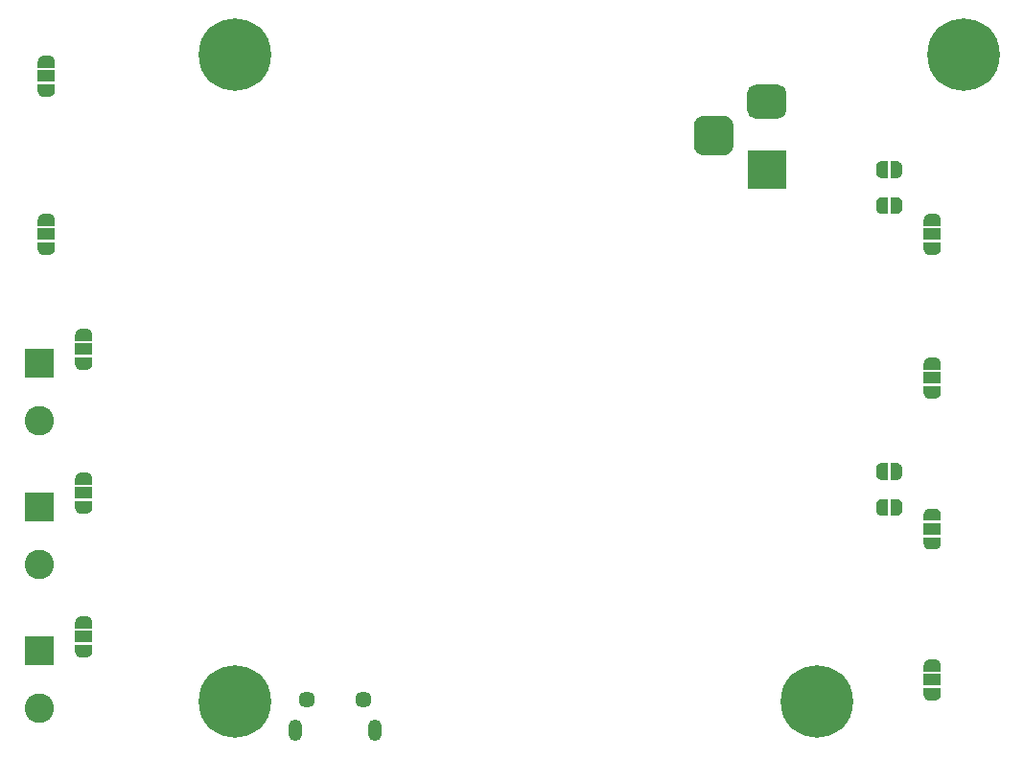
<source format=gbr>
%TF.GenerationSoftware,KiCad,Pcbnew,5.1.10-88a1d61d58~88~ubuntu20.04.1*%
%TF.CreationDate,2021-07-12T21:51:17+02:00*%
%TF.ProjectId,Tang_v1-1,54616e67-5f76-4312-9d31-2e6b69636164,rev?*%
%TF.SameCoordinates,Original*%
%TF.FileFunction,Soldermask,Bot*%
%TF.FilePolarity,Negative*%
%FSLAX46Y46*%
G04 Gerber Fmt 4.6, Leading zero omitted, Abs format (unit mm)*
G04 Created by KiCad (PCBNEW 5.1.10-88a1d61d58~88~ubuntu20.04.1) date 2021-07-12 21:51:17*
%MOMM*%
%LPD*%
G01*
G04 APERTURE LIST*
%ADD10C,6.400000*%
%ADD11C,0.800000*%
%ADD12R,3.500000X3.500000*%
%ADD13C,1.450000*%
%ADD14O,1.200000X1.900000*%
%ADD15R,2.600000X2.600000*%
%ADD16C,2.600000*%
%ADD17C,0.100000*%
%ADD18R,1.500000X1.000000*%
G04 APERTURE END LIST*
D10*
%TO.C,H1*%
X142875000Y-104140000D03*
D11*
X145275000Y-104140000D03*
X144572056Y-105837056D03*
X142875000Y-106540000D03*
X141177944Y-105837056D03*
X140475000Y-104140000D03*
X141177944Y-102442944D03*
X142875000Y-101740000D03*
X144572056Y-102442944D03*
%TD*%
%TO.C,H2*%
X208961056Y-102442944D03*
X207264000Y-101740000D03*
X205566944Y-102442944D03*
X204864000Y-104140000D03*
X205566944Y-105837056D03*
X207264000Y-106540000D03*
X208961056Y-105837056D03*
X209664000Y-104140000D03*
D10*
X207264000Y-104140000D03*
%TD*%
%TO.C,H3*%
X142875000Y-161290000D03*
D11*
X145275000Y-161290000D03*
X144572056Y-162987056D03*
X142875000Y-163690000D03*
X141177944Y-162987056D03*
X140475000Y-161290000D03*
X141177944Y-159592944D03*
X142875000Y-158890000D03*
X144572056Y-159592944D03*
%TD*%
%TO.C,H4*%
X196007056Y-159592944D03*
X194310000Y-158890000D03*
X192612944Y-159592944D03*
X191910000Y-161290000D03*
X192612944Y-162987056D03*
X194310000Y-163690000D03*
X196007056Y-162987056D03*
X196710000Y-161290000D03*
D10*
X194310000Y-161290000D03*
%TD*%
D12*
%TO.C,J1*%
X189865000Y-114300000D03*
G36*
G01*
X188865000Y-106800000D02*
X190865000Y-106800000D01*
G75*
G02*
X191615000Y-107550000I0J-750000D01*
G01*
X191615000Y-109050000D01*
G75*
G02*
X190865000Y-109800000I-750000J0D01*
G01*
X188865000Y-109800000D01*
G75*
G02*
X188115000Y-109050000I0J750000D01*
G01*
X188115000Y-107550000D01*
G75*
G02*
X188865000Y-106800000I750000J0D01*
G01*
G37*
G36*
G01*
X184290000Y-109550000D02*
X186040000Y-109550000D01*
G75*
G02*
X186915000Y-110425000I0J-875000D01*
G01*
X186915000Y-112175000D01*
G75*
G02*
X186040000Y-113050000I-875000J0D01*
G01*
X184290000Y-113050000D01*
G75*
G02*
X183415000Y-112175000I0J875000D01*
G01*
X183415000Y-110425000D01*
G75*
G02*
X184290000Y-109550000I875000J0D01*
G01*
G37*
%TD*%
D13*
%TO.C,J2*%
X149265000Y-161130000D03*
X154265000Y-161130000D03*
D14*
X148265000Y-163830000D03*
X155265000Y-163830000D03*
%TD*%
D15*
%TO.C,J6*%
X125603000Y-144145000D03*
D16*
X125603000Y-149225000D03*
%TD*%
%TO.C,J10*%
X125603000Y-161925000D03*
D15*
X125603000Y-156845000D03*
%TD*%
%TO.C,J11*%
X125603000Y-131445000D03*
D16*
X125603000Y-136525000D03*
%TD*%
D17*
%TO.C,JP1*%
G36*
X200810000Y-113550000D02*
G01*
X201310000Y-113550000D01*
X201310000Y-113550602D01*
X201334534Y-113550602D01*
X201383365Y-113555412D01*
X201431490Y-113564984D01*
X201478445Y-113579228D01*
X201523778Y-113598005D01*
X201567051Y-113621136D01*
X201607850Y-113648396D01*
X201645779Y-113679524D01*
X201680476Y-113714221D01*
X201711604Y-113752150D01*
X201738864Y-113792949D01*
X201761995Y-113836222D01*
X201780772Y-113881555D01*
X201795016Y-113928510D01*
X201804588Y-113976635D01*
X201809398Y-114025466D01*
X201809398Y-114050000D01*
X201810000Y-114050000D01*
X201810000Y-114550000D01*
X201809398Y-114550000D01*
X201809398Y-114574534D01*
X201804588Y-114623365D01*
X201795016Y-114671490D01*
X201780772Y-114718445D01*
X201761995Y-114763778D01*
X201738864Y-114807051D01*
X201711604Y-114847850D01*
X201680476Y-114885779D01*
X201645779Y-114920476D01*
X201607850Y-114951604D01*
X201567051Y-114978864D01*
X201523778Y-115001995D01*
X201478445Y-115020772D01*
X201431490Y-115035016D01*
X201383365Y-115044588D01*
X201334534Y-115049398D01*
X201310000Y-115049398D01*
X201310000Y-115050000D01*
X200810000Y-115050000D01*
X200810000Y-113550000D01*
G37*
G36*
X200010000Y-115049398D02*
G01*
X199985466Y-115049398D01*
X199936635Y-115044588D01*
X199888510Y-115035016D01*
X199841555Y-115020772D01*
X199796222Y-115001995D01*
X199752949Y-114978864D01*
X199712150Y-114951604D01*
X199674221Y-114920476D01*
X199639524Y-114885779D01*
X199608396Y-114847850D01*
X199581136Y-114807051D01*
X199558005Y-114763778D01*
X199539228Y-114718445D01*
X199524984Y-114671490D01*
X199515412Y-114623365D01*
X199510602Y-114574534D01*
X199510602Y-114550000D01*
X199510000Y-114550000D01*
X199510000Y-114050000D01*
X199510602Y-114050000D01*
X199510602Y-114025466D01*
X199515412Y-113976635D01*
X199524984Y-113928510D01*
X199539228Y-113881555D01*
X199558005Y-113836222D01*
X199581136Y-113792949D01*
X199608396Y-113752150D01*
X199639524Y-113714221D01*
X199674221Y-113679524D01*
X199712150Y-113648396D01*
X199752949Y-113621136D01*
X199796222Y-113598005D01*
X199841555Y-113579228D01*
X199888510Y-113564984D01*
X199936635Y-113555412D01*
X199985466Y-113550602D01*
X200010000Y-113550602D01*
X200010000Y-113550000D01*
X200510000Y-113550000D01*
X200510000Y-115050000D01*
X200010000Y-115050000D01*
X200010000Y-115049398D01*
G37*
%TD*%
%TO.C,JP2*%
G36*
X200010000Y-118224398D02*
G01*
X199985466Y-118224398D01*
X199936635Y-118219588D01*
X199888510Y-118210016D01*
X199841555Y-118195772D01*
X199796222Y-118176995D01*
X199752949Y-118153864D01*
X199712150Y-118126604D01*
X199674221Y-118095476D01*
X199639524Y-118060779D01*
X199608396Y-118022850D01*
X199581136Y-117982051D01*
X199558005Y-117938778D01*
X199539228Y-117893445D01*
X199524984Y-117846490D01*
X199515412Y-117798365D01*
X199510602Y-117749534D01*
X199510602Y-117725000D01*
X199510000Y-117725000D01*
X199510000Y-117225000D01*
X199510602Y-117225000D01*
X199510602Y-117200466D01*
X199515412Y-117151635D01*
X199524984Y-117103510D01*
X199539228Y-117056555D01*
X199558005Y-117011222D01*
X199581136Y-116967949D01*
X199608396Y-116927150D01*
X199639524Y-116889221D01*
X199674221Y-116854524D01*
X199712150Y-116823396D01*
X199752949Y-116796136D01*
X199796222Y-116773005D01*
X199841555Y-116754228D01*
X199888510Y-116739984D01*
X199936635Y-116730412D01*
X199985466Y-116725602D01*
X200010000Y-116725602D01*
X200010000Y-116725000D01*
X200510000Y-116725000D01*
X200510000Y-118225000D01*
X200010000Y-118225000D01*
X200010000Y-118224398D01*
G37*
G36*
X200810000Y-116725000D02*
G01*
X201310000Y-116725000D01*
X201310000Y-116725602D01*
X201334534Y-116725602D01*
X201383365Y-116730412D01*
X201431490Y-116739984D01*
X201478445Y-116754228D01*
X201523778Y-116773005D01*
X201567051Y-116796136D01*
X201607850Y-116823396D01*
X201645779Y-116854524D01*
X201680476Y-116889221D01*
X201711604Y-116927150D01*
X201738864Y-116967949D01*
X201761995Y-117011222D01*
X201780772Y-117056555D01*
X201795016Y-117103510D01*
X201804588Y-117151635D01*
X201809398Y-117200466D01*
X201809398Y-117225000D01*
X201810000Y-117225000D01*
X201810000Y-117725000D01*
X201809398Y-117725000D01*
X201809398Y-117749534D01*
X201804588Y-117798365D01*
X201795016Y-117846490D01*
X201780772Y-117893445D01*
X201761995Y-117938778D01*
X201738864Y-117982051D01*
X201711604Y-118022850D01*
X201680476Y-118060779D01*
X201645779Y-118095476D01*
X201607850Y-118126604D01*
X201567051Y-118153864D01*
X201523778Y-118176995D01*
X201478445Y-118195772D01*
X201431490Y-118210016D01*
X201383365Y-118219588D01*
X201334534Y-118224398D01*
X201310000Y-118224398D01*
X201310000Y-118225000D01*
X200810000Y-118225000D01*
X200810000Y-116725000D01*
G37*
%TD*%
%TO.C,JP3*%
G36*
X203720000Y-119265000D02*
G01*
X203720000Y-118715000D01*
X203720602Y-118715000D01*
X203720602Y-118690466D01*
X203725412Y-118641635D01*
X203734984Y-118593510D01*
X203749228Y-118546555D01*
X203768005Y-118501222D01*
X203791136Y-118457949D01*
X203818396Y-118417150D01*
X203849524Y-118379221D01*
X203884221Y-118344524D01*
X203922150Y-118313396D01*
X203962949Y-118286136D01*
X204006222Y-118263005D01*
X204051555Y-118244228D01*
X204098510Y-118229984D01*
X204146635Y-118220412D01*
X204195466Y-118215602D01*
X204220000Y-118215602D01*
X204220000Y-118215000D01*
X204720000Y-118215000D01*
X204720000Y-118215602D01*
X204744534Y-118215602D01*
X204793365Y-118220412D01*
X204841490Y-118229984D01*
X204888445Y-118244228D01*
X204933778Y-118263005D01*
X204977051Y-118286136D01*
X205017850Y-118313396D01*
X205055779Y-118344524D01*
X205090476Y-118379221D01*
X205121604Y-118417150D01*
X205148864Y-118457949D01*
X205171995Y-118501222D01*
X205190772Y-118546555D01*
X205205016Y-118593510D01*
X205214588Y-118641635D01*
X205219398Y-118690466D01*
X205219398Y-118715000D01*
X205220000Y-118715000D01*
X205220000Y-119265000D01*
X203720000Y-119265000D01*
G37*
G36*
X205219398Y-121315000D02*
G01*
X205219398Y-121339534D01*
X205214588Y-121388365D01*
X205205016Y-121436490D01*
X205190772Y-121483445D01*
X205171995Y-121528778D01*
X205148864Y-121572051D01*
X205121604Y-121612850D01*
X205090476Y-121650779D01*
X205055779Y-121685476D01*
X205017850Y-121716604D01*
X204977051Y-121743864D01*
X204933778Y-121766995D01*
X204888445Y-121785772D01*
X204841490Y-121800016D01*
X204793365Y-121809588D01*
X204744534Y-121814398D01*
X204720000Y-121814398D01*
X204720000Y-121815000D01*
X204220000Y-121815000D01*
X204220000Y-121814398D01*
X204195466Y-121814398D01*
X204146635Y-121809588D01*
X204098510Y-121800016D01*
X204051555Y-121785772D01*
X204006222Y-121766995D01*
X203962949Y-121743864D01*
X203922150Y-121716604D01*
X203884221Y-121685476D01*
X203849524Y-121650779D01*
X203818396Y-121612850D01*
X203791136Y-121572051D01*
X203768005Y-121528778D01*
X203749228Y-121483445D01*
X203734984Y-121436490D01*
X203725412Y-121388365D01*
X203720602Y-121339534D01*
X203720602Y-121315000D01*
X203720000Y-121315000D01*
X203720000Y-120765000D01*
X205220000Y-120765000D01*
X205220000Y-121315000D01*
X205219398Y-121315000D01*
G37*
D18*
X204470000Y-120015000D03*
%TD*%
D17*
%TO.C,JP4*%
G36*
X200810000Y-140220000D02*
G01*
X201310000Y-140220000D01*
X201310000Y-140220602D01*
X201334534Y-140220602D01*
X201383365Y-140225412D01*
X201431490Y-140234984D01*
X201478445Y-140249228D01*
X201523778Y-140268005D01*
X201567051Y-140291136D01*
X201607850Y-140318396D01*
X201645779Y-140349524D01*
X201680476Y-140384221D01*
X201711604Y-140422150D01*
X201738864Y-140462949D01*
X201761995Y-140506222D01*
X201780772Y-140551555D01*
X201795016Y-140598510D01*
X201804588Y-140646635D01*
X201809398Y-140695466D01*
X201809398Y-140720000D01*
X201810000Y-140720000D01*
X201810000Y-141220000D01*
X201809398Y-141220000D01*
X201809398Y-141244534D01*
X201804588Y-141293365D01*
X201795016Y-141341490D01*
X201780772Y-141388445D01*
X201761995Y-141433778D01*
X201738864Y-141477051D01*
X201711604Y-141517850D01*
X201680476Y-141555779D01*
X201645779Y-141590476D01*
X201607850Y-141621604D01*
X201567051Y-141648864D01*
X201523778Y-141671995D01*
X201478445Y-141690772D01*
X201431490Y-141705016D01*
X201383365Y-141714588D01*
X201334534Y-141719398D01*
X201310000Y-141719398D01*
X201310000Y-141720000D01*
X200810000Y-141720000D01*
X200810000Y-140220000D01*
G37*
G36*
X200010000Y-141719398D02*
G01*
X199985466Y-141719398D01*
X199936635Y-141714588D01*
X199888510Y-141705016D01*
X199841555Y-141690772D01*
X199796222Y-141671995D01*
X199752949Y-141648864D01*
X199712150Y-141621604D01*
X199674221Y-141590476D01*
X199639524Y-141555779D01*
X199608396Y-141517850D01*
X199581136Y-141477051D01*
X199558005Y-141433778D01*
X199539228Y-141388445D01*
X199524984Y-141341490D01*
X199515412Y-141293365D01*
X199510602Y-141244534D01*
X199510602Y-141220000D01*
X199510000Y-141220000D01*
X199510000Y-140720000D01*
X199510602Y-140720000D01*
X199510602Y-140695466D01*
X199515412Y-140646635D01*
X199524984Y-140598510D01*
X199539228Y-140551555D01*
X199558005Y-140506222D01*
X199581136Y-140462949D01*
X199608396Y-140422150D01*
X199639524Y-140384221D01*
X199674221Y-140349524D01*
X199712150Y-140318396D01*
X199752949Y-140291136D01*
X199796222Y-140268005D01*
X199841555Y-140249228D01*
X199888510Y-140234984D01*
X199936635Y-140225412D01*
X199985466Y-140220602D01*
X200010000Y-140220602D01*
X200010000Y-140220000D01*
X200510000Y-140220000D01*
X200510000Y-141720000D01*
X200010000Y-141720000D01*
X200010000Y-141719398D01*
G37*
%TD*%
%TO.C,JP5*%
G36*
X200010000Y-144894398D02*
G01*
X199985466Y-144894398D01*
X199936635Y-144889588D01*
X199888510Y-144880016D01*
X199841555Y-144865772D01*
X199796222Y-144846995D01*
X199752949Y-144823864D01*
X199712150Y-144796604D01*
X199674221Y-144765476D01*
X199639524Y-144730779D01*
X199608396Y-144692850D01*
X199581136Y-144652051D01*
X199558005Y-144608778D01*
X199539228Y-144563445D01*
X199524984Y-144516490D01*
X199515412Y-144468365D01*
X199510602Y-144419534D01*
X199510602Y-144395000D01*
X199510000Y-144395000D01*
X199510000Y-143895000D01*
X199510602Y-143895000D01*
X199510602Y-143870466D01*
X199515412Y-143821635D01*
X199524984Y-143773510D01*
X199539228Y-143726555D01*
X199558005Y-143681222D01*
X199581136Y-143637949D01*
X199608396Y-143597150D01*
X199639524Y-143559221D01*
X199674221Y-143524524D01*
X199712150Y-143493396D01*
X199752949Y-143466136D01*
X199796222Y-143443005D01*
X199841555Y-143424228D01*
X199888510Y-143409984D01*
X199936635Y-143400412D01*
X199985466Y-143395602D01*
X200010000Y-143395602D01*
X200010000Y-143395000D01*
X200510000Y-143395000D01*
X200510000Y-144895000D01*
X200010000Y-144895000D01*
X200010000Y-144894398D01*
G37*
G36*
X200810000Y-143395000D02*
G01*
X201310000Y-143395000D01*
X201310000Y-143395602D01*
X201334534Y-143395602D01*
X201383365Y-143400412D01*
X201431490Y-143409984D01*
X201478445Y-143424228D01*
X201523778Y-143443005D01*
X201567051Y-143466136D01*
X201607850Y-143493396D01*
X201645779Y-143524524D01*
X201680476Y-143559221D01*
X201711604Y-143597150D01*
X201738864Y-143637949D01*
X201761995Y-143681222D01*
X201780772Y-143726555D01*
X201795016Y-143773510D01*
X201804588Y-143821635D01*
X201809398Y-143870466D01*
X201809398Y-143895000D01*
X201810000Y-143895000D01*
X201810000Y-144395000D01*
X201809398Y-144395000D01*
X201809398Y-144419534D01*
X201804588Y-144468365D01*
X201795016Y-144516490D01*
X201780772Y-144563445D01*
X201761995Y-144608778D01*
X201738864Y-144652051D01*
X201711604Y-144692850D01*
X201680476Y-144730779D01*
X201645779Y-144765476D01*
X201607850Y-144796604D01*
X201567051Y-144823864D01*
X201523778Y-144846995D01*
X201478445Y-144865772D01*
X201431490Y-144880016D01*
X201383365Y-144889588D01*
X201334534Y-144894398D01*
X201310000Y-144894398D01*
X201310000Y-144895000D01*
X200810000Y-144895000D01*
X200810000Y-143395000D01*
G37*
%TD*%
D18*
%TO.C,JP6*%
X204470000Y-146050000D03*
D17*
G36*
X205219398Y-147350000D02*
G01*
X205219398Y-147374534D01*
X205214588Y-147423365D01*
X205205016Y-147471490D01*
X205190772Y-147518445D01*
X205171995Y-147563778D01*
X205148864Y-147607051D01*
X205121604Y-147647850D01*
X205090476Y-147685779D01*
X205055779Y-147720476D01*
X205017850Y-147751604D01*
X204977051Y-147778864D01*
X204933778Y-147801995D01*
X204888445Y-147820772D01*
X204841490Y-147835016D01*
X204793365Y-147844588D01*
X204744534Y-147849398D01*
X204720000Y-147849398D01*
X204720000Y-147850000D01*
X204220000Y-147850000D01*
X204220000Y-147849398D01*
X204195466Y-147849398D01*
X204146635Y-147844588D01*
X204098510Y-147835016D01*
X204051555Y-147820772D01*
X204006222Y-147801995D01*
X203962949Y-147778864D01*
X203922150Y-147751604D01*
X203884221Y-147720476D01*
X203849524Y-147685779D01*
X203818396Y-147647850D01*
X203791136Y-147607051D01*
X203768005Y-147563778D01*
X203749228Y-147518445D01*
X203734984Y-147471490D01*
X203725412Y-147423365D01*
X203720602Y-147374534D01*
X203720602Y-147350000D01*
X203720000Y-147350000D01*
X203720000Y-146800000D01*
X205220000Y-146800000D01*
X205220000Y-147350000D01*
X205219398Y-147350000D01*
G37*
G36*
X203720000Y-145300000D02*
G01*
X203720000Y-144750000D01*
X203720602Y-144750000D01*
X203720602Y-144725466D01*
X203725412Y-144676635D01*
X203734984Y-144628510D01*
X203749228Y-144581555D01*
X203768005Y-144536222D01*
X203791136Y-144492949D01*
X203818396Y-144452150D01*
X203849524Y-144414221D01*
X203884221Y-144379524D01*
X203922150Y-144348396D01*
X203962949Y-144321136D01*
X204006222Y-144298005D01*
X204051555Y-144279228D01*
X204098510Y-144264984D01*
X204146635Y-144255412D01*
X204195466Y-144250602D01*
X204220000Y-144250602D01*
X204220000Y-144250000D01*
X204720000Y-144250000D01*
X204720000Y-144250602D01*
X204744534Y-144250602D01*
X204793365Y-144255412D01*
X204841490Y-144264984D01*
X204888445Y-144279228D01*
X204933778Y-144298005D01*
X204977051Y-144321136D01*
X205017850Y-144348396D01*
X205055779Y-144379524D01*
X205090476Y-144414221D01*
X205121604Y-144452150D01*
X205148864Y-144492949D01*
X205171995Y-144536222D01*
X205190772Y-144581555D01*
X205205016Y-144628510D01*
X205214588Y-144676635D01*
X205219398Y-144725466D01*
X205219398Y-144750000D01*
X205220000Y-144750000D01*
X205220000Y-145300000D01*
X203720000Y-145300000D01*
G37*
%TD*%
%TO.C,JP7*%
G36*
X203720000Y-131965000D02*
G01*
X203720000Y-131415000D01*
X203720602Y-131415000D01*
X203720602Y-131390466D01*
X203725412Y-131341635D01*
X203734984Y-131293510D01*
X203749228Y-131246555D01*
X203768005Y-131201222D01*
X203791136Y-131157949D01*
X203818396Y-131117150D01*
X203849524Y-131079221D01*
X203884221Y-131044524D01*
X203922150Y-131013396D01*
X203962949Y-130986136D01*
X204006222Y-130963005D01*
X204051555Y-130944228D01*
X204098510Y-130929984D01*
X204146635Y-130920412D01*
X204195466Y-130915602D01*
X204220000Y-130915602D01*
X204220000Y-130915000D01*
X204720000Y-130915000D01*
X204720000Y-130915602D01*
X204744534Y-130915602D01*
X204793365Y-130920412D01*
X204841490Y-130929984D01*
X204888445Y-130944228D01*
X204933778Y-130963005D01*
X204977051Y-130986136D01*
X205017850Y-131013396D01*
X205055779Y-131044524D01*
X205090476Y-131079221D01*
X205121604Y-131117150D01*
X205148864Y-131157949D01*
X205171995Y-131201222D01*
X205190772Y-131246555D01*
X205205016Y-131293510D01*
X205214588Y-131341635D01*
X205219398Y-131390466D01*
X205219398Y-131415000D01*
X205220000Y-131415000D01*
X205220000Y-131965000D01*
X203720000Y-131965000D01*
G37*
G36*
X205219398Y-134015000D02*
G01*
X205219398Y-134039534D01*
X205214588Y-134088365D01*
X205205016Y-134136490D01*
X205190772Y-134183445D01*
X205171995Y-134228778D01*
X205148864Y-134272051D01*
X205121604Y-134312850D01*
X205090476Y-134350779D01*
X205055779Y-134385476D01*
X205017850Y-134416604D01*
X204977051Y-134443864D01*
X204933778Y-134466995D01*
X204888445Y-134485772D01*
X204841490Y-134500016D01*
X204793365Y-134509588D01*
X204744534Y-134514398D01*
X204720000Y-134514398D01*
X204720000Y-134515000D01*
X204220000Y-134515000D01*
X204220000Y-134514398D01*
X204195466Y-134514398D01*
X204146635Y-134509588D01*
X204098510Y-134500016D01*
X204051555Y-134485772D01*
X204006222Y-134466995D01*
X203962949Y-134443864D01*
X203922150Y-134416604D01*
X203884221Y-134385476D01*
X203849524Y-134350779D01*
X203818396Y-134312850D01*
X203791136Y-134272051D01*
X203768005Y-134228778D01*
X203749228Y-134183445D01*
X203734984Y-134136490D01*
X203725412Y-134088365D01*
X203720602Y-134039534D01*
X203720602Y-134015000D01*
X203720000Y-134015000D01*
X203720000Y-133465000D01*
X205220000Y-133465000D01*
X205220000Y-134015000D01*
X205219398Y-134015000D01*
G37*
D18*
X204470000Y-132715000D03*
%TD*%
%TO.C,JP8*%
X204470000Y-159385000D03*
D17*
G36*
X205219398Y-160685000D02*
G01*
X205219398Y-160709534D01*
X205214588Y-160758365D01*
X205205016Y-160806490D01*
X205190772Y-160853445D01*
X205171995Y-160898778D01*
X205148864Y-160942051D01*
X205121604Y-160982850D01*
X205090476Y-161020779D01*
X205055779Y-161055476D01*
X205017850Y-161086604D01*
X204977051Y-161113864D01*
X204933778Y-161136995D01*
X204888445Y-161155772D01*
X204841490Y-161170016D01*
X204793365Y-161179588D01*
X204744534Y-161184398D01*
X204720000Y-161184398D01*
X204720000Y-161185000D01*
X204220000Y-161185000D01*
X204220000Y-161184398D01*
X204195466Y-161184398D01*
X204146635Y-161179588D01*
X204098510Y-161170016D01*
X204051555Y-161155772D01*
X204006222Y-161136995D01*
X203962949Y-161113864D01*
X203922150Y-161086604D01*
X203884221Y-161055476D01*
X203849524Y-161020779D01*
X203818396Y-160982850D01*
X203791136Y-160942051D01*
X203768005Y-160898778D01*
X203749228Y-160853445D01*
X203734984Y-160806490D01*
X203725412Y-160758365D01*
X203720602Y-160709534D01*
X203720602Y-160685000D01*
X203720000Y-160685000D01*
X203720000Y-160135000D01*
X205220000Y-160135000D01*
X205220000Y-160685000D01*
X205219398Y-160685000D01*
G37*
G36*
X203720000Y-158635000D02*
G01*
X203720000Y-158085000D01*
X203720602Y-158085000D01*
X203720602Y-158060466D01*
X203725412Y-158011635D01*
X203734984Y-157963510D01*
X203749228Y-157916555D01*
X203768005Y-157871222D01*
X203791136Y-157827949D01*
X203818396Y-157787150D01*
X203849524Y-157749221D01*
X203884221Y-157714524D01*
X203922150Y-157683396D01*
X203962949Y-157656136D01*
X204006222Y-157633005D01*
X204051555Y-157614228D01*
X204098510Y-157599984D01*
X204146635Y-157590412D01*
X204195466Y-157585602D01*
X204220000Y-157585602D01*
X204220000Y-157585000D01*
X204720000Y-157585000D01*
X204720000Y-157585602D01*
X204744534Y-157585602D01*
X204793365Y-157590412D01*
X204841490Y-157599984D01*
X204888445Y-157614228D01*
X204933778Y-157633005D01*
X204977051Y-157656136D01*
X205017850Y-157683396D01*
X205055779Y-157714524D01*
X205090476Y-157749221D01*
X205121604Y-157787150D01*
X205148864Y-157827949D01*
X205171995Y-157871222D01*
X205190772Y-157916555D01*
X205205016Y-157963510D01*
X205214588Y-158011635D01*
X205219398Y-158060466D01*
X205219398Y-158085000D01*
X205220000Y-158085000D01*
X205220000Y-158635000D01*
X203720000Y-158635000D01*
G37*
%TD*%
D18*
%TO.C,JP9*%
X126238000Y-106045000D03*
D17*
G36*
X125488602Y-104745000D02*
G01*
X125488602Y-104720466D01*
X125493412Y-104671635D01*
X125502984Y-104623510D01*
X125517228Y-104576555D01*
X125536005Y-104531222D01*
X125559136Y-104487949D01*
X125586396Y-104447150D01*
X125617524Y-104409221D01*
X125652221Y-104374524D01*
X125690150Y-104343396D01*
X125730949Y-104316136D01*
X125774222Y-104293005D01*
X125819555Y-104274228D01*
X125866510Y-104259984D01*
X125914635Y-104250412D01*
X125963466Y-104245602D01*
X125988000Y-104245602D01*
X125988000Y-104245000D01*
X126488000Y-104245000D01*
X126488000Y-104245602D01*
X126512534Y-104245602D01*
X126561365Y-104250412D01*
X126609490Y-104259984D01*
X126656445Y-104274228D01*
X126701778Y-104293005D01*
X126745051Y-104316136D01*
X126785850Y-104343396D01*
X126823779Y-104374524D01*
X126858476Y-104409221D01*
X126889604Y-104447150D01*
X126916864Y-104487949D01*
X126939995Y-104531222D01*
X126958772Y-104576555D01*
X126973016Y-104623510D01*
X126982588Y-104671635D01*
X126987398Y-104720466D01*
X126987398Y-104745000D01*
X126988000Y-104745000D01*
X126988000Y-105295000D01*
X125488000Y-105295000D01*
X125488000Y-104745000D01*
X125488602Y-104745000D01*
G37*
G36*
X126988000Y-106795000D02*
G01*
X126988000Y-107345000D01*
X126987398Y-107345000D01*
X126987398Y-107369534D01*
X126982588Y-107418365D01*
X126973016Y-107466490D01*
X126958772Y-107513445D01*
X126939995Y-107558778D01*
X126916864Y-107602051D01*
X126889604Y-107642850D01*
X126858476Y-107680779D01*
X126823779Y-107715476D01*
X126785850Y-107746604D01*
X126745051Y-107773864D01*
X126701778Y-107796995D01*
X126656445Y-107815772D01*
X126609490Y-107830016D01*
X126561365Y-107839588D01*
X126512534Y-107844398D01*
X126488000Y-107844398D01*
X126488000Y-107845000D01*
X125988000Y-107845000D01*
X125988000Y-107844398D01*
X125963466Y-107844398D01*
X125914635Y-107839588D01*
X125866510Y-107830016D01*
X125819555Y-107815772D01*
X125774222Y-107796995D01*
X125730949Y-107773864D01*
X125690150Y-107746604D01*
X125652221Y-107715476D01*
X125617524Y-107680779D01*
X125586396Y-107642850D01*
X125559136Y-107602051D01*
X125536005Y-107558778D01*
X125517228Y-107513445D01*
X125502984Y-107466490D01*
X125493412Y-107418365D01*
X125488602Y-107369534D01*
X125488602Y-107345000D01*
X125488000Y-107345000D01*
X125488000Y-106795000D01*
X126988000Y-106795000D01*
G37*
%TD*%
%TO.C,JP10*%
G36*
X126988000Y-120765000D02*
G01*
X126988000Y-121315000D01*
X126987398Y-121315000D01*
X126987398Y-121339534D01*
X126982588Y-121388365D01*
X126973016Y-121436490D01*
X126958772Y-121483445D01*
X126939995Y-121528778D01*
X126916864Y-121572051D01*
X126889604Y-121612850D01*
X126858476Y-121650779D01*
X126823779Y-121685476D01*
X126785850Y-121716604D01*
X126745051Y-121743864D01*
X126701778Y-121766995D01*
X126656445Y-121785772D01*
X126609490Y-121800016D01*
X126561365Y-121809588D01*
X126512534Y-121814398D01*
X126488000Y-121814398D01*
X126488000Y-121815000D01*
X125988000Y-121815000D01*
X125988000Y-121814398D01*
X125963466Y-121814398D01*
X125914635Y-121809588D01*
X125866510Y-121800016D01*
X125819555Y-121785772D01*
X125774222Y-121766995D01*
X125730949Y-121743864D01*
X125690150Y-121716604D01*
X125652221Y-121685476D01*
X125617524Y-121650779D01*
X125586396Y-121612850D01*
X125559136Y-121572051D01*
X125536005Y-121528778D01*
X125517228Y-121483445D01*
X125502984Y-121436490D01*
X125493412Y-121388365D01*
X125488602Y-121339534D01*
X125488602Y-121315000D01*
X125488000Y-121315000D01*
X125488000Y-120765000D01*
X126988000Y-120765000D01*
G37*
G36*
X125488602Y-118715000D02*
G01*
X125488602Y-118690466D01*
X125493412Y-118641635D01*
X125502984Y-118593510D01*
X125517228Y-118546555D01*
X125536005Y-118501222D01*
X125559136Y-118457949D01*
X125586396Y-118417150D01*
X125617524Y-118379221D01*
X125652221Y-118344524D01*
X125690150Y-118313396D01*
X125730949Y-118286136D01*
X125774222Y-118263005D01*
X125819555Y-118244228D01*
X125866510Y-118229984D01*
X125914635Y-118220412D01*
X125963466Y-118215602D01*
X125988000Y-118215602D01*
X125988000Y-118215000D01*
X126488000Y-118215000D01*
X126488000Y-118215602D01*
X126512534Y-118215602D01*
X126561365Y-118220412D01*
X126609490Y-118229984D01*
X126656445Y-118244228D01*
X126701778Y-118263005D01*
X126745051Y-118286136D01*
X126785850Y-118313396D01*
X126823779Y-118344524D01*
X126858476Y-118379221D01*
X126889604Y-118417150D01*
X126916864Y-118457949D01*
X126939995Y-118501222D01*
X126958772Y-118546555D01*
X126973016Y-118593510D01*
X126982588Y-118641635D01*
X126987398Y-118690466D01*
X126987398Y-118715000D01*
X126988000Y-118715000D01*
X126988000Y-119265000D01*
X125488000Y-119265000D01*
X125488000Y-118715000D01*
X125488602Y-118715000D01*
G37*
D18*
X126238000Y-120015000D03*
%TD*%
D17*
%TO.C,JP11*%
G36*
X128790000Y-142125000D02*
G01*
X128790000Y-141575000D01*
X128790602Y-141575000D01*
X128790602Y-141550466D01*
X128795412Y-141501635D01*
X128804984Y-141453510D01*
X128819228Y-141406555D01*
X128838005Y-141361222D01*
X128861136Y-141317949D01*
X128888396Y-141277150D01*
X128919524Y-141239221D01*
X128954221Y-141204524D01*
X128992150Y-141173396D01*
X129032949Y-141146136D01*
X129076222Y-141123005D01*
X129121555Y-141104228D01*
X129168510Y-141089984D01*
X129216635Y-141080412D01*
X129265466Y-141075602D01*
X129290000Y-141075602D01*
X129290000Y-141075000D01*
X129790000Y-141075000D01*
X129790000Y-141075602D01*
X129814534Y-141075602D01*
X129863365Y-141080412D01*
X129911490Y-141089984D01*
X129958445Y-141104228D01*
X130003778Y-141123005D01*
X130047051Y-141146136D01*
X130087850Y-141173396D01*
X130125779Y-141204524D01*
X130160476Y-141239221D01*
X130191604Y-141277150D01*
X130218864Y-141317949D01*
X130241995Y-141361222D01*
X130260772Y-141406555D01*
X130275016Y-141453510D01*
X130284588Y-141501635D01*
X130289398Y-141550466D01*
X130289398Y-141575000D01*
X130290000Y-141575000D01*
X130290000Y-142125000D01*
X128790000Y-142125000D01*
G37*
G36*
X130289398Y-144175000D02*
G01*
X130289398Y-144199534D01*
X130284588Y-144248365D01*
X130275016Y-144296490D01*
X130260772Y-144343445D01*
X130241995Y-144388778D01*
X130218864Y-144432051D01*
X130191604Y-144472850D01*
X130160476Y-144510779D01*
X130125779Y-144545476D01*
X130087850Y-144576604D01*
X130047051Y-144603864D01*
X130003778Y-144626995D01*
X129958445Y-144645772D01*
X129911490Y-144660016D01*
X129863365Y-144669588D01*
X129814534Y-144674398D01*
X129790000Y-144674398D01*
X129790000Y-144675000D01*
X129290000Y-144675000D01*
X129290000Y-144674398D01*
X129265466Y-144674398D01*
X129216635Y-144669588D01*
X129168510Y-144660016D01*
X129121555Y-144645772D01*
X129076222Y-144626995D01*
X129032949Y-144603864D01*
X128992150Y-144576604D01*
X128954221Y-144545476D01*
X128919524Y-144510779D01*
X128888396Y-144472850D01*
X128861136Y-144432051D01*
X128838005Y-144388778D01*
X128819228Y-144343445D01*
X128804984Y-144296490D01*
X128795412Y-144248365D01*
X128790602Y-144199534D01*
X128790602Y-144175000D01*
X128790000Y-144175000D01*
X128790000Y-143625000D01*
X130290000Y-143625000D01*
X130290000Y-144175000D01*
X130289398Y-144175000D01*
G37*
D18*
X129540000Y-142875000D03*
%TD*%
D17*
%TO.C,JP12*%
G36*
X128790000Y-154825000D02*
G01*
X128790000Y-154275000D01*
X128790602Y-154275000D01*
X128790602Y-154250466D01*
X128795412Y-154201635D01*
X128804984Y-154153510D01*
X128819228Y-154106555D01*
X128838005Y-154061222D01*
X128861136Y-154017949D01*
X128888396Y-153977150D01*
X128919524Y-153939221D01*
X128954221Y-153904524D01*
X128992150Y-153873396D01*
X129032949Y-153846136D01*
X129076222Y-153823005D01*
X129121555Y-153804228D01*
X129168510Y-153789984D01*
X129216635Y-153780412D01*
X129265466Y-153775602D01*
X129290000Y-153775602D01*
X129290000Y-153775000D01*
X129790000Y-153775000D01*
X129790000Y-153775602D01*
X129814534Y-153775602D01*
X129863365Y-153780412D01*
X129911490Y-153789984D01*
X129958445Y-153804228D01*
X130003778Y-153823005D01*
X130047051Y-153846136D01*
X130087850Y-153873396D01*
X130125779Y-153904524D01*
X130160476Y-153939221D01*
X130191604Y-153977150D01*
X130218864Y-154017949D01*
X130241995Y-154061222D01*
X130260772Y-154106555D01*
X130275016Y-154153510D01*
X130284588Y-154201635D01*
X130289398Y-154250466D01*
X130289398Y-154275000D01*
X130290000Y-154275000D01*
X130290000Y-154825000D01*
X128790000Y-154825000D01*
G37*
G36*
X130289398Y-156875000D02*
G01*
X130289398Y-156899534D01*
X130284588Y-156948365D01*
X130275016Y-156996490D01*
X130260772Y-157043445D01*
X130241995Y-157088778D01*
X130218864Y-157132051D01*
X130191604Y-157172850D01*
X130160476Y-157210779D01*
X130125779Y-157245476D01*
X130087850Y-157276604D01*
X130047051Y-157303864D01*
X130003778Y-157326995D01*
X129958445Y-157345772D01*
X129911490Y-157360016D01*
X129863365Y-157369588D01*
X129814534Y-157374398D01*
X129790000Y-157374398D01*
X129790000Y-157375000D01*
X129290000Y-157375000D01*
X129290000Y-157374398D01*
X129265466Y-157374398D01*
X129216635Y-157369588D01*
X129168510Y-157360016D01*
X129121555Y-157345772D01*
X129076222Y-157326995D01*
X129032949Y-157303864D01*
X128992150Y-157276604D01*
X128954221Y-157245476D01*
X128919524Y-157210779D01*
X128888396Y-157172850D01*
X128861136Y-157132051D01*
X128838005Y-157088778D01*
X128819228Y-157043445D01*
X128804984Y-156996490D01*
X128795412Y-156948365D01*
X128790602Y-156899534D01*
X128790602Y-156875000D01*
X128790000Y-156875000D01*
X128790000Y-156325000D01*
X130290000Y-156325000D01*
X130290000Y-156875000D01*
X130289398Y-156875000D01*
G37*
D18*
X129540000Y-155575000D03*
%TD*%
%TO.C,JP13*%
X129540000Y-130175000D03*
D17*
G36*
X130289398Y-131475000D02*
G01*
X130289398Y-131499534D01*
X130284588Y-131548365D01*
X130275016Y-131596490D01*
X130260772Y-131643445D01*
X130241995Y-131688778D01*
X130218864Y-131732051D01*
X130191604Y-131772850D01*
X130160476Y-131810779D01*
X130125779Y-131845476D01*
X130087850Y-131876604D01*
X130047051Y-131903864D01*
X130003778Y-131926995D01*
X129958445Y-131945772D01*
X129911490Y-131960016D01*
X129863365Y-131969588D01*
X129814534Y-131974398D01*
X129790000Y-131974398D01*
X129790000Y-131975000D01*
X129290000Y-131975000D01*
X129290000Y-131974398D01*
X129265466Y-131974398D01*
X129216635Y-131969588D01*
X129168510Y-131960016D01*
X129121555Y-131945772D01*
X129076222Y-131926995D01*
X129032949Y-131903864D01*
X128992150Y-131876604D01*
X128954221Y-131845476D01*
X128919524Y-131810779D01*
X128888396Y-131772850D01*
X128861136Y-131732051D01*
X128838005Y-131688778D01*
X128819228Y-131643445D01*
X128804984Y-131596490D01*
X128795412Y-131548365D01*
X128790602Y-131499534D01*
X128790602Y-131475000D01*
X128790000Y-131475000D01*
X128790000Y-130925000D01*
X130290000Y-130925000D01*
X130290000Y-131475000D01*
X130289398Y-131475000D01*
G37*
G36*
X128790000Y-129425000D02*
G01*
X128790000Y-128875000D01*
X128790602Y-128875000D01*
X128790602Y-128850466D01*
X128795412Y-128801635D01*
X128804984Y-128753510D01*
X128819228Y-128706555D01*
X128838005Y-128661222D01*
X128861136Y-128617949D01*
X128888396Y-128577150D01*
X128919524Y-128539221D01*
X128954221Y-128504524D01*
X128992150Y-128473396D01*
X129032949Y-128446136D01*
X129076222Y-128423005D01*
X129121555Y-128404228D01*
X129168510Y-128389984D01*
X129216635Y-128380412D01*
X129265466Y-128375602D01*
X129290000Y-128375602D01*
X129290000Y-128375000D01*
X129790000Y-128375000D01*
X129790000Y-128375602D01*
X129814534Y-128375602D01*
X129863365Y-128380412D01*
X129911490Y-128389984D01*
X129958445Y-128404228D01*
X130003778Y-128423005D01*
X130047051Y-128446136D01*
X130087850Y-128473396D01*
X130125779Y-128504524D01*
X130160476Y-128539221D01*
X130191604Y-128577150D01*
X130218864Y-128617949D01*
X130241995Y-128661222D01*
X130260772Y-128706555D01*
X130275016Y-128753510D01*
X130284588Y-128801635D01*
X130289398Y-128850466D01*
X130289398Y-128875000D01*
X130290000Y-128875000D01*
X130290000Y-129425000D01*
X128790000Y-129425000D01*
G37*
%TD*%
M02*

</source>
